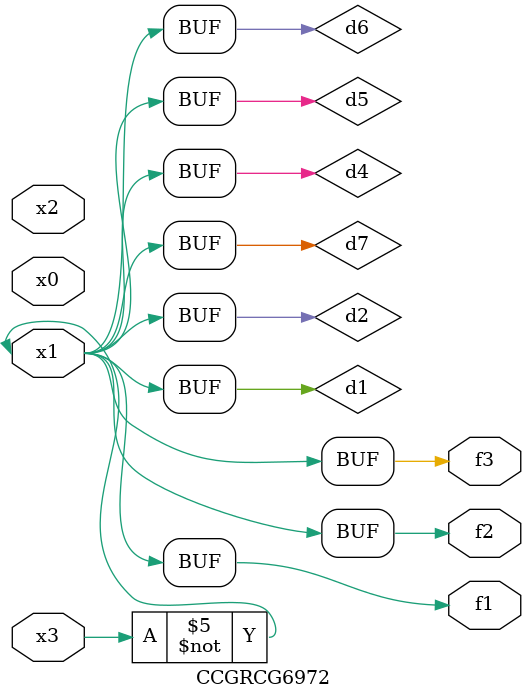
<source format=v>
module CCGRCG6972(
	input x0, x1, x2, x3,
	output f1, f2, f3
);

	wire d1, d2, d3, d4, d5, d6, d7;

	not (d1, x3);
	buf (d2, x1);
	xnor (d3, d1, d2);
	nor (d4, d1);
	buf (d5, d1, d2);
	buf (d6, d4, d5);
	nand (d7, d4);
	assign f1 = d6;
	assign f2 = d7;
	assign f3 = d6;
endmodule

</source>
